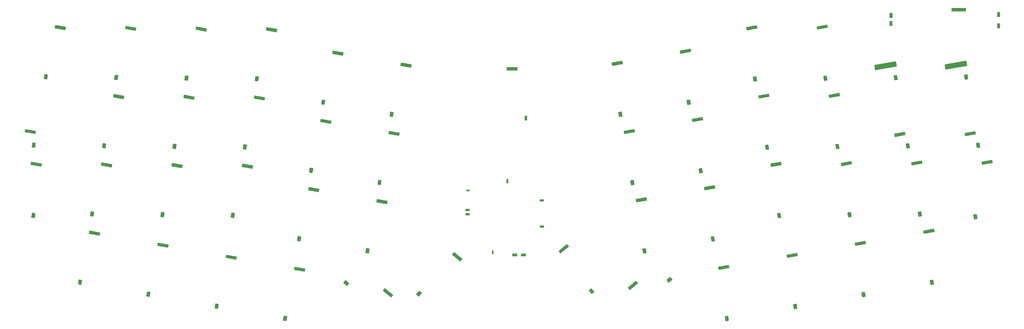
<source format=gbr>
G04 #@! TF.GenerationSoftware,KiCad,Pcbnew,(6.0.0-rc1-dev-1469-g932b9a334)*
G04 #@! TF.CreationDate,2019-08-24T21:44:17-07:00
G04 #@! TF.ProjectId,Laptreus-v2,4c617074-7265-4757-932d-76322e6b6963,rev?*
G04 #@! TF.SameCoordinates,Original*
G04 #@! TF.FileFunction,Glue,Top*
G04 #@! TF.FilePolarity,Positive*
%FSLAX46Y46*%
G04 Gerber Fmt 4.6, Leading zero omitted, Abs format (unit mm)*
G04 Created by KiCad (PCBNEW (6.0.0-rc1-dev-1469-g932b9a334)) date Saturday, August 24, 2019 at 09:44:17 PM*
%MOMM*%
%LPD*%
G04 APERTURE LIST*
%ADD10C,0.010000*%
%ADD11C,0.100000*%
%ADD12C,0.150000*%
G04 APERTURE END LIST*
D10*
G04 #@! TO.C,SW1*
G36*
X359566428Y-87658534D02*
G01*
X359323320Y-86279803D01*
X353414474Y-87321692D01*
X353657581Y-88700423D01*
X359566428Y-87658534D01*
G37*
X359566428Y-87658534D02*
X359323320Y-86279803D01*
X353414474Y-87321692D01*
X353657581Y-88700423D01*
X359566428Y-87658534D01*
G04 #@! TO.C,SW2*
G36*
X340254509Y-87839767D02*
G01*
X340011401Y-86461036D01*
X334102555Y-87502925D01*
X334345662Y-88881656D01*
X340254509Y-87839767D01*
G37*
X340254509Y-87839767D02*
X340011401Y-86461036D01*
X334102555Y-87502925D01*
X334345662Y-88881656D01*
X340254509Y-87839767D01*
D11*
G04 #@! TO.C,SW19*
G36*
X200895762Y-105592481D02*
G01*
X200739479Y-106478808D01*
X203693902Y-106999752D01*
X203850186Y-106113425D01*
X200895762Y-105592481D01*
G37*
G04 #@! TO.C,SW3*
G36*
X318273634Y-76915746D02*
G01*
X318429918Y-77802073D01*
X321384341Y-77281128D01*
X321228057Y-76394801D01*
X318273634Y-76915746D01*
G37*
G04 #@! TO.C,SW12*
G36*
X109287430Y-76499337D02*
G01*
X109131147Y-77385664D01*
X112085570Y-77906608D01*
X112241854Y-77020281D01*
X109287430Y-76499337D01*
G37*
G04 #@! TO.C,SW11*
G36*
X128610076Y-76726668D02*
G01*
X128453793Y-77612995D01*
X131408216Y-78133939D01*
X131564500Y-77247612D01*
X128610076Y-76726668D01*
G37*
G04 #@! TO.C,SW47*
G36*
X137446670Y-136316429D02*
G01*
X137290387Y-137202756D01*
X140244810Y-137723700D01*
X140401094Y-136837373D01*
X137446670Y-136316429D01*
G37*
G04 #@! TO.C,SW24*
G36*
X103813607Y-106498100D02*
G01*
X103969890Y-105611773D01*
X101015467Y-105090829D01*
X100859183Y-105977156D01*
X103813607Y-106498100D01*
G37*
G04 #@! TO.C,SW_RESET2*
G36*
X233199155Y-88095373D02*
G01*
X233199155Y-88995373D01*
X236199155Y-88995373D01*
X236199155Y-88095373D01*
X233199155Y-88095373D01*
G37*
G04 #@! TO.C,SW4*
G36*
X298961712Y-77096978D02*
G01*
X299117996Y-77983305D01*
X302072419Y-77462360D01*
X301916135Y-76576033D01*
X298961712Y-77096978D01*
G37*
G04 #@! TO.C,SW5*
G36*
X280752459Y-83531740D02*
G01*
X280908743Y-84418067D01*
X283863166Y-83897122D01*
X283706882Y-83010795D01*
X280752459Y-83531740D01*
G37*
G04 #@! TO.C,SW6*
G36*
X261991870Y-86839738D02*
G01*
X262148154Y-87726065D01*
X265102577Y-87205120D01*
X264946293Y-86318793D01*
X261991870Y-86839738D01*
G37*
G04 #@! TO.C,SW7*
G36*
X204203760Y-86831894D02*
G01*
X204047477Y-87718221D01*
X207001900Y-88239165D01*
X207158184Y-87352838D01*
X204203760Y-86831894D01*
G37*
G04 #@! TO.C,SW8*
G36*
X185443172Y-83523896D02*
G01*
X185286889Y-84410223D01*
X188241312Y-84931167D01*
X188397596Y-84044840D01*
X185443172Y-83523896D01*
G37*
G04 #@! TO.C,SW9*
G36*
X167233916Y-77089134D02*
G01*
X167077633Y-77975461D01*
X170032056Y-78496405D01*
X170188340Y-77610078D01*
X167233916Y-77089134D01*
G37*
G04 #@! TO.C,SW10*
G36*
X147921997Y-76907900D02*
G01*
X147765714Y-77794227D01*
X150720137Y-78315171D01*
X150876421Y-77428844D01*
X147921997Y-76907900D01*
G37*
G04 #@! TO.C,SW13*
G36*
X361988101Y-106575405D02*
G01*
X361831817Y-105689078D01*
X358877394Y-106210023D01*
X359033678Y-107096350D01*
X361988101Y-106575405D01*
G37*
G04 #@! TO.C,SW14*
G36*
X342676179Y-106756637D02*
G01*
X342519895Y-105870310D01*
X339565472Y-106391255D01*
X339721756Y-107277582D01*
X342676179Y-106756637D01*
G37*
G04 #@! TO.C,SW15*
G36*
X321581632Y-95676331D02*
G01*
X321737916Y-96562658D01*
X324692339Y-96041713D01*
X324536055Y-95155386D01*
X321581632Y-95676331D01*
G37*
G04 #@! TO.C,SW16*
G36*
X302269711Y-95857566D02*
G01*
X302425995Y-96743893D01*
X305380418Y-96222948D01*
X305224134Y-95336621D01*
X302269711Y-95857566D01*
G37*
G04 #@! TO.C,SW17*
G36*
X284060455Y-102292328D02*
G01*
X284216739Y-103178655D01*
X287171162Y-102657710D01*
X287014878Y-101771383D01*
X284060455Y-102292328D01*
G37*
G04 #@! TO.C,SW18*
G36*
X265299868Y-105600327D02*
G01*
X265456152Y-106486654D01*
X268410575Y-105965709D01*
X268254291Y-105079382D01*
X265299868Y-105600327D01*
G37*
G04 #@! TO.C,SW20*
G36*
X182135175Y-102284482D02*
G01*
X181978892Y-103170809D01*
X184933315Y-103691753D01*
X185089599Y-102805426D01*
X182135175Y-102284482D01*
G37*
G04 #@! TO.C,SW21*
G36*
X163925919Y-95849721D02*
G01*
X163769636Y-96736048D01*
X166724059Y-97256992D01*
X166880343Y-96370665D01*
X163925919Y-95849721D01*
G37*
G04 #@! TO.C,SW22*
G36*
X144614001Y-95668486D02*
G01*
X144457718Y-96554813D01*
X147412141Y-97075757D01*
X147568425Y-96189430D01*
X144614001Y-95668486D01*
G37*
G04 #@! TO.C,SW23*
G36*
X125302078Y-95487255D02*
G01*
X125145795Y-96373582D01*
X128100218Y-96894526D01*
X128256502Y-96008199D01*
X125302078Y-95487255D01*
G37*
G04 #@! TO.C,SW25*
G36*
X363513474Y-114074454D02*
G01*
X363669758Y-114960781D01*
X366624181Y-114439836D01*
X366467897Y-113553509D01*
X363513474Y-114074454D01*
G37*
G04 #@! TO.C,SW26*
G36*
X344201549Y-114255688D02*
G01*
X344357833Y-115142015D01*
X347312256Y-114621070D01*
X347155972Y-113734743D01*
X344201549Y-114255688D01*
G37*
G04 #@! TO.C,SW27*
G36*
X324889629Y-114436920D02*
G01*
X325045913Y-115323247D01*
X328000336Y-114802302D01*
X327844052Y-113915975D01*
X324889629Y-114436920D01*
G37*
G04 #@! TO.C,SW28*
G36*
X305577710Y-114618153D02*
G01*
X305733994Y-115504480D01*
X308688417Y-114983535D01*
X308532133Y-114097208D01*
X305577710Y-114618153D01*
G37*
G04 #@! TO.C,SW29*
G36*
X287368455Y-121052916D02*
G01*
X287524739Y-121939243D01*
X290479162Y-121418298D01*
X290322878Y-120531971D01*
X287368455Y-121052916D01*
G37*
G04 #@! TO.C,SW30*
G36*
X268607865Y-124360913D02*
G01*
X268764149Y-125247240D01*
X271718572Y-124726295D01*
X271562288Y-123839968D01*
X268607865Y-124360913D01*
G37*
G04 #@! TO.C,SW31*
G36*
X197587764Y-124353069D02*
G01*
X197431481Y-125239396D01*
X200385904Y-125760340D01*
X200542188Y-124874013D01*
X197587764Y-124353069D01*
G37*
G04 #@! TO.C,SW32*
G36*
X178827177Y-121045072D02*
G01*
X178670894Y-121931399D01*
X181625317Y-122452343D01*
X181781601Y-121566016D01*
X178827177Y-121045072D01*
G37*
G04 #@! TO.C,SW33*
G36*
X160617920Y-114610309D02*
G01*
X160461637Y-115496636D01*
X163416060Y-116017580D01*
X163572344Y-115131253D01*
X160617920Y-114610309D01*
G37*
G04 #@! TO.C,SW34*
G36*
X141306001Y-114429076D02*
G01*
X141149718Y-115315403D01*
X144104141Y-115836347D01*
X144260425Y-114950020D01*
X141306001Y-114429076D01*
G37*
G04 #@! TO.C,SW37*
G36*
X347509547Y-133016275D02*
G01*
X347665831Y-133902602D01*
X350620254Y-133381657D01*
X350463970Y-132495330D01*
X347509547Y-133016275D01*
G37*
G04 #@! TO.C,SW38*
G36*
X328748960Y-136324273D02*
G01*
X328905244Y-137210600D01*
X331859667Y-136689655D01*
X331703383Y-135803328D01*
X328748960Y-136324273D01*
G37*
G04 #@! TO.C,SW39*
G36*
X309988373Y-139632269D02*
G01*
X310144657Y-140518596D01*
X313099080Y-139997651D01*
X312942796Y-139111324D01*
X309988373Y-139632269D01*
G37*
G04 #@! TO.C,SW40*
G36*
X291227787Y-142940268D02*
G01*
X291384071Y-143826595D01*
X294338494Y-143305650D01*
X294182210Y-142419323D01*
X291227787Y-142940268D01*
G37*
G04 #@! TO.C,SW41*
G36*
X266412092Y-148703453D02*
G01*
X266990601Y-149392893D01*
X269288734Y-147464530D01*
X268710225Y-146775090D01*
X266412092Y-148703453D01*
G37*
G04 #@! TO.C,SW42*
G36*
X247411686Y-138638644D02*
G01*
X247990195Y-139328084D01*
X250288328Y-137399721D01*
X249709819Y-136710281D01*
X247411686Y-138638644D01*
G37*
G04 #@! TO.C,SW44*
G36*
X199739863Y-148829992D02*
G01*
X199161354Y-149519432D01*
X201459487Y-151447795D01*
X202037996Y-150758355D01*
X199739863Y-148829992D01*
G37*
G04 #@! TO.C,SW45*
G36*
X174967845Y-142932424D02*
G01*
X174811562Y-143818751D01*
X177765985Y-144339695D01*
X177922269Y-143453368D01*
X174967845Y-142932424D01*
G37*
G04 #@! TO.C,SW46*
G36*
X156207259Y-139624426D02*
G01*
X156050976Y-140510753D01*
X159005399Y-141031697D01*
X159161683Y-140145370D01*
X156207259Y-139624426D01*
G37*
G04 #@! TO.C,SW43*
G36*
X218739906Y-138863665D02*
G01*
X218161397Y-139553105D01*
X220459530Y-141481468D01*
X221038039Y-140792028D01*
X218739906Y-138863665D01*
G37*
G04 #@! TO.C,SW36*
G36*
X102682161Y-114066610D02*
G01*
X102525878Y-114952937D01*
X105480301Y-115473881D01*
X105636585Y-114587554D01*
X102682161Y-114066610D01*
G37*
G04 #@! TO.C,SW48*
G36*
X118686083Y-133008430D02*
G01*
X118529800Y-133894757D01*
X121484223Y-134415701D01*
X121640507Y-133529374D01*
X118686083Y-133008430D01*
G37*
G04 #@! TO.C,SW35*
G36*
X121994081Y-114247844D02*
G01*
X121837798Y-115134171D01*
X124792221Y-115655115D01*
X124948505Y-114768788D01*
X121994081Y-114247844D01*
G37*
G04 #@! TO.C,J1*
G36*
X359299155Y-72795375D02*
G01*
X355299155Y-72795375D01*
X355299155Y-71795375D01*
X359299155Y-71795375D01*
X359299155Y-72795375D01*
G37*
D10*
G04 #@! TO.C,R1*
G36*
X238149156Y-101445374D02*
G01*
X238749156Y-101445374D01*
X238749156Y-102645374D01*
X238149156Y-102645374D01*
X238149156Y-101445374D01*
G37*
X238149156Y-101445374D02*
X238749156Y-101445374D01*
X238749156Y-102645374D01*
X238149156Y-102645374D01*
X238149156Y-101445374D01*
D11*
G04 #@! TO.C,C5*
G36*
X222099070Y-121795203D02*
G01*
X222099070Y-122195003D01*
X223099270Y-122195003D01*
X223099270Y-121795203D01*
X222099070Y-121795203D01*
G37*
G04 #@! TO.C,C2*
G36*
X229599070Y-138470003D02*
G01*
X229199270Y-138470003D01*
X229199270Y-139470203D01*
X229599070Y-139470203D01*
X229599070Y-138470003D01*
G37*
D12*
G04 #@! TO.C,D2*
G36*
X340491146Y-91485307D02*
G01*
X340282768Y-90303538D01*
X339494922Y-90442457D01*
X339703300Y-91624226D01*
X340491146Y-91485307D01*
G37*
X340491146Y-91485307D02*
X340282768Y-90303538D01*
X339494922Y-90442457D01*
X339703300Y-91624226D01*
X340491146Y-91485307D01*
G04 #@! TO.C,D42*
G36*
X257214944Y-149817124D02*
G01*
X256404236Y-148932392D01*
X255814414Y-149472864D01*
X256625122Y-150357596D01*
X257214944Y-149817124D01*
G37*
X257214944Y-149817124D02*
X256404236Y-148932392D01*
X255814414Y-149472864D01*
X256625122Y-150357596D01*
X257214944Y-149817124D01*
G04 #@! TO.C,D9*
G36*
X164919210Y-91944119D02*
G01*
X165127588Y-90762350D01*
X164339742Y-90623431D01*
X164131364Y-91805200D01*
X164919210Y-91944119D01*
G37*
X164919210Y-91944119D02*
X165127588Y-90762350D01*
X164339742Y-90623431D01*
X164131364Y-91805200D01*
X164919210Y-91944119D01*
G04 #@! TO.C,D36*
G36*
X103568078Y-129485952D02*
G01*
X103776456Y-128304183D01*
X102988610Y-128165264D01*
X102780232Y-129347033D01*
X103568078Y-129485952D01*
G37*
X103568078Y-129485952D02*
X103776456Y-128304183D01*
X102988610Y-128165264D01*
X102780232Y-129347033D01*
X103568078Y-129485952D01*
G04 #@! TO.C,D25*
G36*
X362347282Y-129716528D02*
G01*
X362138904Y-128534759D01*
X361351058Y-128673678D01*
X361559436Y-129855447D01*
X362347282Y-129716528D01*
G37*
X362347282Y-129716528D02*
X362138904Y-128534759D01*
X361351058Y-128673678D01*
X361559436Y-129855447D01*
X362347282Y-129716528D01*
G04 #@! TO.C,D24*
G36*
X103675452Y-110161007D02*
G01*
X103883830Y-108979238D01*
X103095984Y-108840319D01*
X102887606Y-110022088D01*
X103675452Y-110161007D01*
G37*
X103675452Y-110161007D02*
X103883830Y-108979238D01*
X103095984Y-108840319D01*
X102887606Y-110022088D01*
X103675452Y-110161007D01*
G04 #@! TO.C,D13*
G36*
X363111064Y-110064663D02*
G01*
X362902686Y-108882894D01*
X362114840Y-109021813D01*
X362323218Y-110203582D01*
X363111064Y-110064663D01*
G37*
X363111064Y-110064663D02*
X362902686Y-108882894D01*
X362114840Y-109021813D01*
X362323218Y-110203582D01*
X363111064Y-110064663D01*
G04 #@! TO.C,D12*
G36*
X106983448Y-91400419D02*
G01*
X107191826Y-90218650D01*
X106403980Y-90079731D01*
X106195602Y-91261500D01*
X106983448Y-91400419D01*
G37*
X106983448Y-91400419D02*
X107191826Y-90218650D01*
X106403980Y-90079731D01*
X106195602Y-91261500D01*
X106983448Y-91400419D01*
G04 #@! TO.C,D1*
G36*
X359803069Y-91304075D02*
G01*
X359594691Y-90122306D01*
X358806845Y-90261225D01*
X359015223Y-91442994D01*
X359803069Y-91304075D01*
G37*
X359803069Y-91304075D02*
X359594691Y-90122306D01*
X358806845Y-90261225D01*
X359015223Y-91442994D01*
X359803069Y-91304075D01*
G04 #@! TO.C,D48*
G36*
X116371378Y-147863416D02*
G01*
X116579756Y-146681647D01*
X115791910Y-146542728D01*
X115583532Y-147724497D01*
X116371378Y-147863416D01*
G37*
X116371378Y-147863416D02*
X116579756Y-146681647D01*
X115791910Y-146542728D01*
X115583532Y-147724497D01*
X116371378Y-147863416D01*
G04 #@! TO.C,D18*
G36*
X268205459Y-120351123D02*
G01*
X267997081Y-119169354D01*
X267209235Y-119308273D01*
X267417613Y-120490042D01*
X268205459Y-120351123D01*
G37*
X268205459Y-120351123D02*
X267997081Y-119169354D01*
X267209235Y-119308273D01*
X267417613Y-120490042D01*
X268205459Y-120351123D01*
G04 #@! TO.C,D17*
G36*
X286966048Y-117043126D02*
G01*
X286757670Y-115861357D01*
X285969824Y-116000276D01*
X286178202Y-117182045D01*
X286966048Y-117043126D01*
G37*
X286966048Y-117043126D02*
X286757670Y-115861357D01*
X285969824Y-116000276D01*
X286178202Y-117182045D01*
X286966048Y-117043126D01*
G04 #@! TO.C,D43*
G36*
X209037669Y-151068138D02*
G01*
X209848377Y-150183406D01*
X209258555Y-149642934D01*
X208447847Y-150527666D01*
X209037669Y-151068138D01*
G37*
X209037669Y-151068138D02*
X209848377Y-150183406D01*
X209258555Y-149642934D01*
X208447847Y-150527666D01*
X209037669Y-151068138D01*
G04 #@! TO.C,D35*
G36*
X119679374Y-129102829D02*
G01*
X119887752Y-127921060D01*
X119099906Y-127782141D01*
X118891528Y-128963910D01*
X119679374Y-129102829D01*
G37*
X119679374Y-129102829D02*
X119887752Y-127921060D01*
X119099906Y-127782141D01*
X118891528Y-128963910D01*
X119679374Y-129102829D01*
G04 #@! TO.C,D23*
G36*
X122987372Y-110342239D02*
G01*
X123195750Y-109160470D01*
X122407904Y-109021551D01*
X122199526Y-110203320D01*
X122987372Y-110342239D01*
G37*
X122987372Y-110342239D02*
X123195750Y-109160470D01*
X122407904Y-109021551D01*
X122199526Y-110203320D01*
X122987372Y-110342239D01*
G04 #@! TO.C,D10*
G36*
X145607291Y-91762886D02*
G01*
X145815669Y-90581117D01*
X145027823Y-90442198D01*
X144819445Y-91623967D01*
X145607291Y-91762886D01*
G37*
X145607291Y-91762886D02*
X145815669Y-90581117D01*
X145027823Y-90442198D01*
X144819445Y-91623967D01*
X145607291Y-91762886D01*
G04 #@! TO.C,D40*
G36*
X294133376Y-157691065D02*
G01*
X293924998Y-156509296D01*
X293137152Y-156648215D01*
X293345530Y-157829984D01*
X294133376Y-157691065D01*
G37*
X294133376Y-157691065D02*
X293924998Y-156509296D01*
X293137152Y-156648215D01*
X293345530Y-157829984D01*
X294133376Y-157691065D01*
G04 #@! TO.C,D38*
G36*
X331654551Y-151075069D02*
G01*
X331446173Y-149893300D01*
X330658327Y-150032219D01*
X330866705Y-151213988D01*
X331654551Y-151075069D01*
G37*
X331654551Y-151075069D02*
X331446173Y-149893300D01*
X330658327Y-150032219D01*
X330866705Y-151213988D01*
X331654551Y-151075069D01*
G04 #@! TO.C,D37*
G36*
X350415140Y-147767072D02*
G01*
X350206762Y-146585303D01*
X349418916Y-146724222D01*
X349627294Y-147905991D01*
X350415140Y-147767072D01*
G37*
X350415140Y-147767072D02*
X350206762Y-146585303D01*
X349418916Y-146724222D01*
X349627294Y-147905991D01*
X350415140Y-147767072D01*
G04 #@! TO.C,D34*
G36*
X138991294Y-129284060D02*
G01*
X139199672Y-128102291D01*
X138411826Y-127963372D01*
X138203448Y-129145141D01*
X138991294Y-129284060D01*
G37*
X138991294Y-129284060D02*
X139199672Y-128102291D01*
X138411826Y-127963372D01*
X138203448Y-129145141D01*
X138991294Y-129284060D01*
G04 #@! TO.C,D31*
G36*
X195273058Y-139208054D02*
G01*
X195481436Y-138026285D01*
X194693590Y-137887366D01*
X194485212Y-139069135D01*
X195273058Y-139208054D01*
G37*
X195273058Y-139208054D02*
X195481436Y-138026285D01*
X194693590Y-137887366D01*
X194485212Y-139069135D01*
X195273058Y-139208054D01*
G04 #@! TO.C,D30*
G36*
X271513459Y-139111710D02*
G01*
X271305081Y-137929941D01*
X270517235Y-138068860D01*
X270725613Y-139250629D01*
X271513459Y-139111710D01*
G37*
X271513459Y-139111710D02*
X271305081Y-137929941D01*
X270517235Y-138068860D01*
X270725613Y-139250629D01*
X271513459Y-139111710D01*
G04 #@! TO.C,D29*
G36*
X290274047Y-135803711D02*
G01*
X290065669Y-134621942D01*
X289277823Y-134760861D01*
X289486201Y-135942630D01*
X290274047Y-135803711D01*
G37*
X290274047Y-135803711D02*
X290065669Y-134621942D01*
X289277823Y-134760861D01*
X289486201Y-135942630D01*
X290274047Y-135803711D01*
G04 #@! TO.C,D27*
G36*
X327795223Y-129187719D02*
G01*
X327586845Y-128005950D01*
X326798999Y-128144869D01*
X327007377Y-129326638D01*
X327795223Y-129187719D01*
G37*
X327795223Y-129187719D02*
X327586845Y-128005950D01*
X326798999Y-128144869D01*
X327007377Y-129326638D01*
X327795223Y-129187719D01*
G04 #@! TO.C,D26*
G36*
X347107143Y-129006483D02*
G01*
X346898765Y-127824714D01*
X346110919Y-127963633D01*
X346319297Y-129145402D01*
X347107143Y-129006483D01*
G37*
X347107143Y-129006483D02*
X346898765Y-127824714D01*
X346110919Y-127963633D01*
X346319297Y-129145402D01*
X347107143Y-129006483D01*
G04 #@! TO.C,D21*
G36*
X161611214Y-110704706D02*
G01*
X161819592Y-109522937D01*
X161031746Y-109384018D01*
X160823368Y-110565787D01*
X161611214Y-110704706D01*
G37*
X161611214Y-110704706D02*
X161819592Y-109522937D01*
X161031746Y-109384018D01*
X160823368Y-110565787D01*
X161611214Y-110704706D01*
G04 #@! TO.C,D16*
G36*
X305175302Y-110608361D02*
G01*
X304966924Y-109426592D01*
X304179078Y-109565511D01*
X304387456Y-110747280D01*
X305175302Y-110608361D01*
G37*
X305175302Y-110608361D02*
X304966924Y-109426592D01*
X304179078Y-109565511D01*
X304387456Y-110747280D01*
X305175302Y-110608361D01*
G04 #@! TO.C,D15*
G36*
X324487223Y-110427129D02*
G01*
X324278845Y-109245360D01*
X323490999Y-109384279D01*
X323699377Y-110566048D01*
X324487223Y-110427129D01*
G37*
X324487223Y-110427129D02*
X324278845Y-109245360D01*
X323490999Y-109384279D01*
X323699377Y-110566048D01*
X324487223Y-110427129D01*
G04 #@! TO.C,D11*
G36*
X126295370Y-91581653D02*
G01*
X126503748Y-90399884D01*
X125715902Y-90260965D01*
X125507524Y-91442734D01*
X126295370Y-91581653D01*
G37*
X126295370Y-91581653D02*
X126503748Y-90399884D01*
X125715902Y-90260965D01*
X125507524Y-91442734D01*
X126295370Y-91581653D01*
G04 #@! TO.C,D8*
G36*
X183128465Y-98378881D02*
G01*
X183336843Y-97197112D01*
X182548997Y-97058193D01*
X182340619Y-98239962D01*
X183128465Y-98378881D01*
G37*
X183128465Y-98378881D02*
X183336843Y-97197112D01*
X182548997Y-97058193D01*
X182340619Y-98239962D01*
X183128465Y-98378881D01*
G04 #@! TO.C,D5*
G36*
X283658050Y-98282538D02*
G01*
X283449672Y-97100769D01*
X282661826Y-97239688D01*
X282870204Y-98421457D01*
X283658050Y-98282538D01*
G37*
X283658050Y-98282538D02*
X283449672Y-97100769D01*
X282661826Y-97239688D01*
X282870204Y-98421457D01*
X283658050Y-98282538D01*
G04 #@! TO.C,D4*
G36*
X301867303Y-91847774D02*
G01*
X301658925Y-90666005D01*
X300871079Y-90804924D01*
X301079457Y-91986693D01*
X301867303Y-91847774D01*
G37*
X301867303Y-91847774D02*
X301658925Y-90666005D01*
X300871079Y-90804924D01*
X301079457Y-91986693D01*
X301867303Y-91847774D01*
G04 #@! TO.C,D7*
G36*
X201889055Y-101686880D02*
G01*
X202097433Y-100505111D01*
X201309587Y-100366192D01*
X201101209Y-101547961D01*
X201889055Y-101686880D01*
G37*
X201889055Y-101686880D02*
X202097433Y-100505111D01*
X201309587Y-100366192D01*
X201101209Y-101547961D01*
X201889055Y-101686880D01*
G04 #@! TO.C,D47*
G36*
X135131964Y-151171413D02*
G01*
X135340342Y-149989644D01*
X134552496Y-149850725D01*
X134344118Y-151032494D01*
X135131964Y-151171413D01*
G37*
X135131964Y-151171413D02*
X135340342Y-149989644D01*
X134552496Y-149850725D01*
X134344118Y-151032494D01*
X135131964Y-151171413D01*
G04 #@! TO.C,D46*
G36*
X153892551Y-154479411D02*
G01*
X154100929Y-153297642D01*
X153313083Y-153158723D01*
X153104705Y-154340492D01*
X153892551Y-154479411D01*
G37*
X153892551Y-154479411D02*
X154100929Y-153297642D01*
X153313083Y-153158723D01*
X153104705Y-154340492D01*
X153892551Y-154479411D01*
G04 #@! TO.C,D45*
G36*
X172653139Y-157787410D02*
G01*
X172861517Y-156605641D01*
X172073671Y-156466722D01*
X171865293Y-157648491D01*
X172653139Y-157787410D01*
G37*
X172653139Y-157787410D02*
X172861517Y-156605641D01*
X172073671Y-156466722D01*
X171865293Y-157648491D01*
X172653139Y-157787410D01*
G04 #@! TO.C,D44*
G36*
X189880656Y-147492143D02*
G01*
X188961402Y-146720798D01*
X188447172Y-147333633D01*
X189366426Y-148104978D01*
X189880656Y-147492143D01*
G37*
X189880656Y-147492143D02*
X188961402Y-146720798D01*
X188447172Y-147333633D01*
X189366426Y-148104978D01*
X189880656Y-147492143D01*
G04 #@! TO.C,D41*
G36*
X277646643Y-147237464D02*
G01*
X278565897Y-146466119D01*
X278051667Y-145853284D01*
X277132413Y-146624629D01*
X277646643Y-147237464D01*
G37*
X277646643Y-147237464D02*
X278565897Y-146466119D01*
X278051667Y-145853284D01*
X277132413Y-146624629D01*
X277646643Y-147237464D01*
G04 #@! TO.C,D39*
G36*
X312893964Y-154383067D02*
G01*
X312685586Y-153201298D01*
X311897740Y-153340217D01*
X312106118Y-154521986D01*
X312893964Y-154383067D01*
G37*
X312893964Y-154383067D02*
X312685586Y-153201298D01*
X311897740Y-153340217D01*
X312106118Y-154521986D01*
X312893964Y-154383067D01*
G04 #@! TO.C,D33*
G36*
X158303216Y-129465294D02*
G01*
X158511594Y-128283525D01*
X157723748Y-128144606D01*
X157515370Y-129326375D01*
X158303216Y-129465294D01*
G37*
X158303216Y-129465294D02*
X158511594Y-128283525D01*
X157723748Y-128144606D01*
X157515370Y-129326375D01*
X158303216Y-129465294D01*
G04 #@! TO.C,D32*
G36*
X176512471Y-135900057D02*
G01*
X176720849Y-134718288D01*
X175933003Y-134579369D01*
X175724625Y-135761138D01*
X176512471Y-135900057D01*
G37*
X176512471Y-135900057D02*
X176720849Y-134718288D01*
X175933003Y-134579369D01*
X175724625Y-135761138D01*
X176512471Y-135900057D01*
G04 #@! TO.C,D28*
G36*
X308483301Y-129368951D02*
G01*
X308274923Y-128187182D01*
X307487077Y-128326101D01*
X307695455Y-129507870D01*
X308483301Y-129368951D01*
G37*
X308483301Y-129368951D02*
X308274923Y-128187182D01*
X307487077Y-128326101D01*
X307695455Y-129507870D01*
X308483301Y-129368951D01*
G04 #@! TO.C,D22*
G36*
X142299294Y-110523474D02*
G01*
X142507672Y-109341705D01*
X141719826Y-109202786D01*
X141511448Y-110384555D01*
X142299294Y-110523474D01*
G37*
X142299294Y-110523474D02*
X142507672Y-109341705D01*
X141719826Y-109202786D01*
X141511448Y-110384555D01*
X142299294Y-110523474D01*
G04 #@! TO.C,D20*
G36*
X179820468Y-117139469D02*
G01*
X180028846Y-115957700D01*
X179241000Y-115818781D01*
X179032622Y-117000550D01*
X179820468Y-117139469D01*
G37*
X179820468Y-117139469D02*
X180028846Y-115957700D01*
X179241000Y-115818781D01*
X179032622Y-117000550D01*
X179820468Y-117139469D01*
G04 #@! TO.C,D19*
G36*
X198581057Y-120447469D02*
G01*
X198789435Y-119265700D01*
X198001589Y-119126781D01*
X197793211Y-120308550D01*
X198581057Y-120447469D01*
G37*
X198581057Y-120447469D02*
X198789435Y-119265700D01*
X198001589Y-119126781D01*
X197793211Y-120308550D01*
X198581057Y-120447469D01*
G04 #@! TO.C,D14*
G36*
X343799145Y-110245896D02*
G01*
X343590767Y-109064127D01*
X342802921Y-109203046D01*
X343011299Y-110384815D01*
X343799145Y-110245896D01*
G37*
X343799145Y-110245896D02*
X343590767Y-109064127D01*
X342802921Y-109203046D01*
X343011299Y-110384815D01*
X343799145Y-110245896D01*
G04 #@! TO.C,D6*
G36*
X264897462Y-101590537D02*
G01*
X264689084Y-100408768D01*
X263901238Y-100547687D01*
X264109616Y-101729456D01*
X264897462Y-101590537D01*
G37*
X264897462Y-101590537D02*
X264689084Y-100408768D01*
X263901238Y-100547687D01*
X264109616Y-101729456D01*
X264897462Y-101590537D01*
G04 #@! TO.C,D3*
G36*
X321179226Y-91666540D02*
G01*
X320970848Y-90484771D01*
X320183002Y-90623690D01*
X320391380Y-91805459D01*
X321179226Y-91666540D01*
G37*
X321179226Y-91666540D02*
X320970848Y-90484771D01*
X320183002Y-90623690D01*
X320391380Y-91805459D01*
X321179226Y-91666540D01*
G04 #@! TO.C,R12*
G36*
X368491020Y-77348733D02*
G01*
X367891020Y-77348733D01*
X367891020Y-76148733D01*
X368491020Y-76148733D01*
X368491020Y-77348733D01*
G37*
X368491020Y-77348733D02*
X367891020Y-77348733D01*
X367891020Y-76148733D01*
X368491020Y-76148733D01*
X368491020Y-77348733D01*
G04 #@! TO.C,R11*
G36*
X367891021Y-72998734D02*
G01*
X368491021Y-72998734D01*
X368491021Y-74198734D01*
X367891021Y-74198734D01*
X367891021Y-72998734D01*
G37*
X367891021Y-72998734D02*
X368491021Y-72998734D01*
X368491021Y-74198734D01*
X367891021Y-74198734D01*
X367891021Y-72998734D01*
G04 #@! TO.C,R13*
G36*
X234824155Y-139995375D02*
G01*
X234824155Y-139395375D01*
X236024155Y-139395375D01*
X236024155Y-139995375D01*
X234824155Y-139995375D01*
G37*
X234824155Y-139995375D02*
X234824155Y-139395375D01*
X236024155Y-139395375D01*
X236024155Y-139995375D01*
X234824155Y-139995375D01*
G04 #@! TO.C,R8*
G36*
X338414155Y-73274375D02*
G01*
X339014155Y-73274375D01*
X339014155Y-74474375D01*
X338414155Y-74474375D01*
X338414155Y-73274375D01*
G37*
X338414155Y-73274375D02*
X339014155Y-73274375D01*
X339014155Y-74474375D01*
X338414155Y-74474375D01*
X338414155Y-73274375D01*
G04 #@! TO.C,R10*
G36*
X237174155Y-139970375D02*
G01*
X237174155Y-139370375D01*
X238374155Y-139370375D01*
X238374155Y-139970375D01*
X237174155Y-139970375D01*
G37*
X237174155Y-139970375D02*
X237174155Y-139370375D01*
X238374155Y-139370375D01*
X238374155Y-139970375D01*
X237174155Y-139970375D01*
G04 #@! TO.C,R9*
G36*
X338964155Y-76674374D02*
G01*
X338364155Y-76674374D01*
X338364155Y-75474374D01*
X338964155Y-75474374D01*
X338964155Y-76674374D01*
G37*
X338964155Y-76674374D02*
X338364155Y-76674374D01*
X338364155Y-75474374D01*
X338964155Y-75474374D01*
X338964155Y-76674374D01*
G04 #@! TO.C,C3*
G36*
X242324070Y-124520203D02*
G01*
X242324070Y-124920003D01*
X243324270Y-124920003D01*
X243324270Y-124520203D01*
X242324070Y-124520203D01*
G37*
X242324070Y-124520203D02*
X242324070Y-124920003D01*
X243324270Y-124920003D01*
X243324270Y-124520203D01*
X242324070Y-124520203D01*
G04 #@! TO.C,C4*
G36*
X243349270Y-132095003D02*
G01*
X243349270Y-131695203D01*
X242349070Y-131695203D01*
X242349070Y-132095003D01*
X243349270Y-132095003D01*
G37*
X243349270Y-132095003D02*
X243349270Y-131695203D01*
X242349070Y-131695203D01*
X242349070Y-132095003D01*
X243349270Y-132095003D01*
G04 #@! TO.C,C7*
G36*
X233199255Y-119895474D02*
G01*
X233599055Y-119895474D01*
X233599055Y-118895274D01*
X233199255Y-118895274D01*
X233199255Y-119895474D01*
G37*
X233199255Y-119895474D02*
X233599055Y-119895474D01*
X233599055Y-118895274D01*
X233199255Y-118895274D01*
X233199255Y-119895474D01*
G04 #@! TO.C,Y1*
G36*
X221999155Y-127520374D02*
G01*
X221999155Y-127120374D01*
X222999155Y-127120374D01*
X222999155Y-127520374D01*
X221999155Y-127520374D01*
G37*
X221999155Y-127520374D02*
X221999155Y-127120374D01*
X222999155Y-127120374D01*
X222999155Y-127520374D01*
X221999155Y-127520374D01*
G36*
X221999155Y-128720374D02*
G01*
X221999155Y-128320374D01*
X222999155Y-128320374D01*
X222999155Y-128720374D01*
X221999155Y-128720374D01*
G37*
X221999155Y-128720374D02*
X221999155Y-128320374D01*
X222999155Y-128320374D01*
X222999155Y-128720374D01*
X221999155Y-128720374D01*
G04 #@! TD*
M02*

</source>
